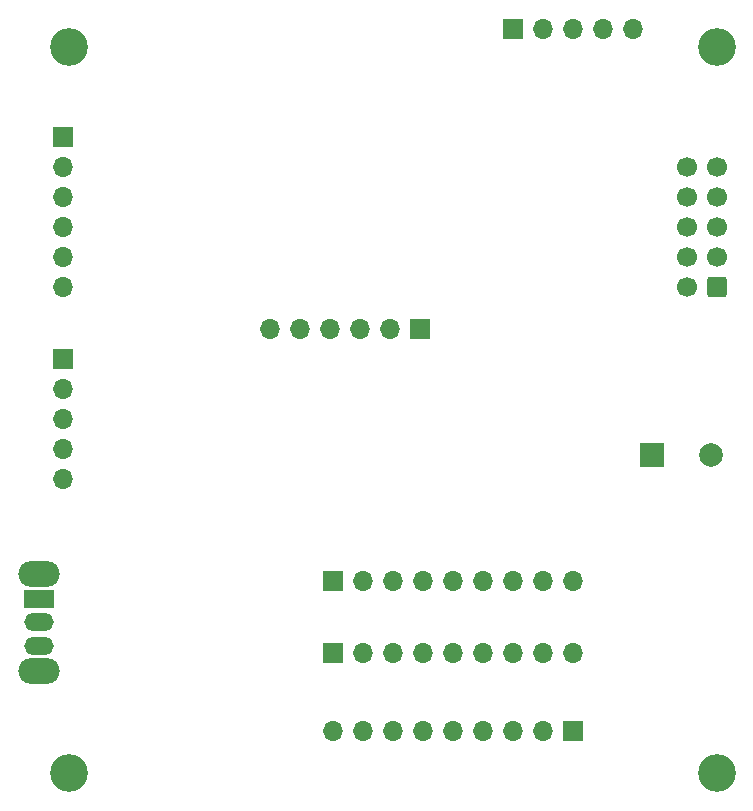
<source format=gbr>
%TF.GenerationSoftware,KiCad,Pcbnew,8.0.5*%
%TF.CreationDate,2024-10-15T02:56:11-05:00*%
%TF.ProjectId,werable_unit,77657261-626c-4655-9f75-6e69742e6b69,rev?*%
%TF.SameCoordinates,Original*%
%TF.FileFunction,Soldermask,Bot*%
%TF.FilePolarity,Negative*%
%FSLAX46Y46*%
G04 Gerber Fmt 4.6, Leading zero omitted, Abs format (unit mm)*
G04 Created by KiCad (PCBNEW 8.0.5) date 2024-10-15 02:56:11*
%MOMM*%
%LPD*%
G01*
G04 APERTURE LIST*
G04 Aperture macros list*
%AMRoundRect*
0 Rectangle with rounded corners*
0 $1 Rounding radius*
0 $2 $3 $4 $5 $6 $7 $8 $9 X,Y pos of 4 corners*
0 Add a 4 corners polygon primitive as box body*
4,1,4,$2,$3,$4,$5,$6,$7,$8,$9,$2,$3,0*
0 Add four circle primitives for the rounded corners*
1,1,$1+$1,$2,$3*
1,1,$1+$1,$4,$5*
1,1,$1+$1,$6,$7*
1,1,$1+$1,$8,$9*
0 Add four rect primitives between the rounded corners*
20,1,$1+$1,$2,$3,$4,$5,0*
20,1,$1+$1,$4,$5,$6,$7,0*
20,1,$1+$1,$6,$7,$8,$9,0*
20,1,$1+$1,$8,$9,$2,$3,0*%
G04 Aperture macros list end*
%ADD10R,1.700000X1.700000*%
%ADD11O,1.700000X1.700000*%
%ADD12C,3.200000*%
%ADD13O,2.500000X1.500000*%
%ADD14R,2.500000X1.500000*%
%ADD15O,3.500000X2.200000*%
%ADD16RoundRect,0.250000X0.600000X0.600000X-0.600000X0.600000X-0.600000X-0.600000X0.600000X-0.600000X0*%
%ADD17C,1.700000*%
%ADD18R,2.000000X2.000000*%
%ADD19C,2.000000*%
G04 APERTURE END LIST*
D10*
%TO.C,J15*%
X96012000Y-105664000D03*
D11*
X98552000Y-105664000D03*
X101092000Y-105664000D03*
X103632000Y-105664000D03*
X106172000Y-105664000D03*
X108712000Y-105664000D03*
X111252000Y-105664000D03*
X113792000Y-105664000D03*
X116332000Y-105664000D03*
%TD*%
D10*
%TO.C,J14*%
X96012000Y-99568000D03*
D11*
X98552000Y-99568000D03*
X101092000Y-99568000D03*
X103632000Y-99568000D03*
X106172000Y-99568000D03*
X108712000Y-99568000D03*
X111252000Y-99568000D03*
X113792000Y-99568000D03*
X116332000Y-99568000D03*
%TD*%
D12*
%TO.C,H4*%
X128524000Y-115824000D03*
%TD*%
D13*
%TO.C,U7*%
X71120000Y-105092000D03*
X71120000Y-103092000D03*
D14*
X71120000Y-101092000D03*
D15*
X71120000Y-107192000D03*
X71120000Y-98992000D03*
%TD*%
D10*
%TO.C,J9*%
X103378000Y-78232000D03*
D11*
X100838000Y-78232000D03*
X98298000Y-78232000D03*
X95758000Y-78232000D03*
X93218000Y-78232000D03*
X90678000Y-78232000D03*
%TD*%
D16*
%TO.C,J12*%
X128524000Y-74676000D03*
D17*
X125984000Y-74676000D03*
X128524000Y-72136000D03*
X125984000Y-72136000D03*
X128524000Y-69596000D03*
X125984000Y-69596000D03*
X128524000Y-67056000D03*
X125984000Y-67056000D03*
X128524000Y-64516000D03*
X125984000Y-64516000D03*
%TD*%
D10*
%TO.C,J1*%
X73152000Y-61976000D03*
D11*
X73152000Y-64516000D03*
X73152000Y-67056000D03*
X73152000Y-69596000D03*
X73152000Y-72136000D03*
X73152000Y-74676000D03*
%TD*%
D12*
%TO.C,H3*%
X73660000Y-115824000D03*
%TD*%
D18*
%TO.C,U4*%
X123016000Y-88900000D03*
D19*
X128016000Y-88900000D03*
%TD*%
D12*
%TO.C,H1*%
X73660000Y-54356000D03*
%TD*%
D10*
%TO.C,J13*%
X116332000Y-112268000D03*
D11*
X113792000Y-112268000D03*
X111252000Y-112268000D03*
X108712000Y-112268000D03*
X106172000Y-112268000D03*
X103632000Y-112268000D03*
X101092000Y-112268000D03*
X98552000Y-112268000D03*
X96012000Y-112268000D03*
%TD*%
D10*
%TO.C,J11*%
X73152000Y-80772000D03*
D11*
X73152000Y-83312000D03*
X73152000Y-85852000D03*
X73152000Y-88392000D03*
X73152000Y-90932000D03*
%TD*%
D12*
%TO.C,H2*%
X128524000Y-54356000D03*
%TD*%
D10*
%TO.C,J8*%
X111252000Y-52857400D03*
D11*
X113792000Y-52857400D03*
X116332000Y-52857400D03*
X118872000Y-52857400D03*
X121412000Y-52857400D03*
%TD*%
M02*

</source>
